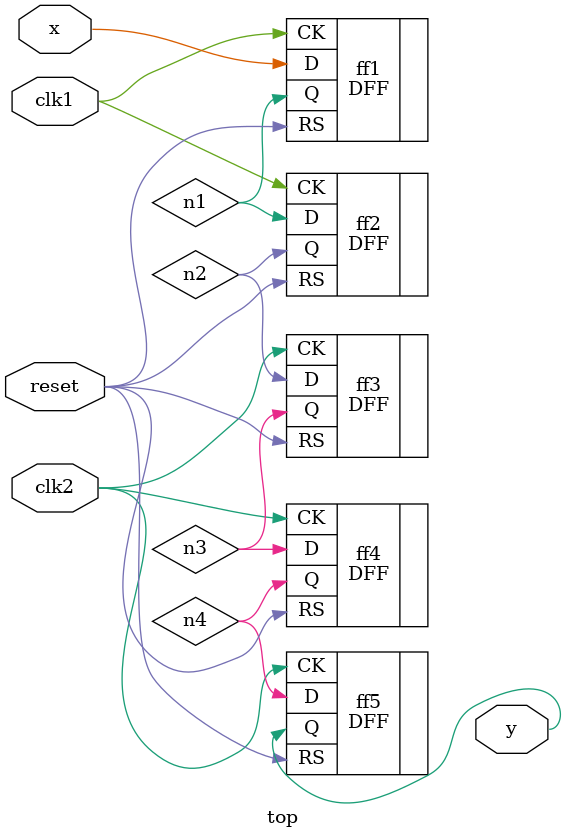
<source format=v>
module top (reset, clk1, clk2, x, y);

	input reset, clk1, clk2, x;
	output y;

	DFF ff1 ( .CK(clk1), .RS(reset), .D(x), .Q(n1) );
	DFF ff2 (. CK(clk1), .RS(reset), .D(n1), .Q(n2) );
	DFF ff3 (. CK(clk2), .RS(reset), .D(n2), .Q(n3) );
	DFF ff4 (. CK(clk2), .RS(reset), .D(n3), .Q(n4) );
	DFF ff5 ( .CK(clk2), .RS(reset), .D(n4), .Q(y) );

endmodule
</source>
